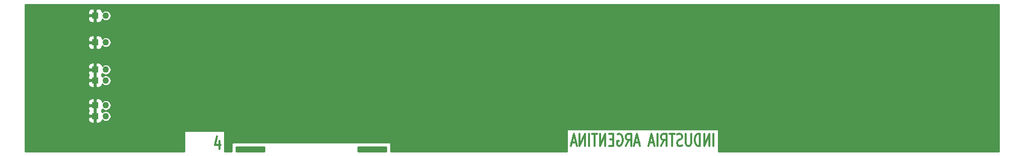
<source format=gbr>
G04 #@! TF.GenerationSoftware,KiCad,Pcbnew,(5.1.7)-1*
G04 #@! TF.CreationDate,2020-11-24T11:46:51-03:00*
G04 #@! TF.ProjectId,cupon,6375706f-6e2e-46b6-9963-61645f706362,Revision: 2.0*
G04 #@! TF.SameCoordinates,Original*
G04 #@! TF.FileFunction,Copper,L4,Bot*
G04 #@! TF.FilePolarity,Positive*
%FSLAX46Y46*%
G04 Gerber Fmt 4.6, Leading zero omitted, Abs format (unit mm)*
G04 Created by KiCad (PCBNEW (5.1.7)-1) date 2020-11-24 11:46:51*
%MOMM*%
%LPD*%
G01*
G04 APERTURE LIST*
G04 #@! TA.AperFunction,NonConductor*
%ADD10C,0.300000*%
G04 #@! TD*
G04 #@! TA.AperFunction,ComponentPad*
%ADD11C,1.100000*%
G04 #@! TD*
G04 #@! TA.AperFunction,ComponentPad*
%ADD12R,1.100000X1.100000*%
G04 #@! TD*
G04 #@! TA.AperFunction,ViaPad*
%ADD13C,0.800000*%
G04 #@! TD*
G04 #@! TA.AperFunction,Conductor*
%ADD14C,0.254000*%
G04 #@! TD*
G04 #@! TA.AperFunction,Conductor*
%ADD15C,0.150000*%
G04 #@! TD*
G04 #@! TA.AperFunction,NonConductor*
%ADD16C,0.254000*%
G04 #@! TD*
G04 #@! TA.AperFunction,NonConductor*
%ADD17C,0.150000*%
G04 #@! TD*
G04 APERTURE END LIST*
D10*
X116892857Y2095238D02*
X116892857Y4095238D01*
X116178571Y2095238D02*
X116178571Y4095238D01*
X115321428Y2095238D01*
X115321428Y4095238D01*
X114607142Y2095238D02*
X114607142Y4095238D01*
X114250000Y4095238D01*
X114035714Y4000000D01*
X113892857Y3809523D01*
X113821428Y3619047D01*
X113750000Y3238095D01*
X113750000Y2952380D01*
X113821428Y2571428D01*
X113892857Y2380952D01*
X114035714Y2190476D01*
X114250000Y2095238D01*
X114607142Y2095238D01*
X113107142Y4095238D02*
X113107142Y2476190D01*
X113035714Y2285714D01*
X112964285Y2190476D01*
X112821428Y2095238D01*
X112535714Y2095238D01*
X112392857Y2190476D01*
X112321428Y2285714D01*
X112250000Y2476190D01*
X112250000Y4095238D01*
X111607142Y2190476D02*
X111392857Y2095238D01*
X111035714Y2095238D01*
X110892857Y2190476D01*
X110821428Y2285714D01*
X110750000Y2476190D01*
X110750000Y2666666D01*
X110821428Y2857142D01*
X110892857Y2952380D01*
X111035714Y3047619D01*
X111321428Y3142857D01*
X111464285Y3238095D01*
X111535714Y3333333D01*
X111607142Y3523809D01*
X111607142Y3714285D01*
X111535714Y3904761D01*
X111464285Y4000000D01*
X111321428Y4095238D01*
X110964285Y4095238D01*
X110750000Y4000000D01*
X110321428Y4095238D02*
X109464285Y4095238D01*
X109892857Y2095238D02*
X109892857Y4095238D01*
X108107142Y2095238D02*
X108607142Y3047619D01*
X108964285Y2095238D02*
X108964285Y4095238D01*
X108392857Y4095238D01*
X108250000Y4000000D01*
X108178571Y3904761D01*
X108107142Y3714285D01*
X108107142Y3428571D01*
X108178571Y3238095D01*
X108250000Y3142857D01*
X108392857Y3047619D01*
X108964285Y3047619D01*
X107464285Y2095238D02*
X107464285Y4095238D01*
X106821428Y2666666D02*
X106107142Y2666666D01*
X106964285Y2095238D02*
X106464285Y4095238D01*
X105964285Y2095238D01*
X104392857Y2666666D02*
X103678571Y2666666D01*
X104535714Y2095238D02*
X104035714Y4095238D01*
X103535714Y2095238D01*
X102178571Y2095238D02*
X102678571Y3047619D01*
X103035714Y2095238D02*
X103035714Y4095238D01*
X102464285Y4095238D01*
X102321428Y4000000D01*
X102250000Y3904761D01*
X102178571Y3714285D01*
X102178571Y3428571D01*
X102250000Y3238095D01*
X102321428Y3142857D01*
X102464285Y3047619D01*
X103035714Y3047619D01*
X100750000Y4000000D02*
X100892857Y4095238D01*
X101107142Y4095238D01*
X101321428Y4000000D01*
X101464285Y3809523D01*
X101535714Y3619047D01*
X101607142Y3238095D01*
X101607142Y2952380D01*
X101535714Y2571428D01*
X101464285Y2380952D01*
X101321428Y2190476D01*
X101107142Y2095238D01*
X100964285Y2095238D01*
X100750000Y2190476D01*
X100678571Y2285714D01*
X100678571Y2952380D01*
X100964285Y2952380D01*
X100035714Y3142857D02*
X99535714Y3142857D01*
X99321428Y2095238D02*
X100035714Y2095238D01*
X100035714Y4095238D01*
X99321428Y4095238D01*
X98678571Y2095238D02*
X98678571Y4095238D01*
X97821428Y2095238D01*
X97821428Y4095238D01*
X97321428Y4095238D02*
X96464285Y4095238D01*
X96892857Y2095238D02*
X96892857Y4095238D01*
X95964285Y2095238D02*
X95964285Y4095238D01*
X95250000Y2095238D02*
X95250000Y4095238D01*
X94392857Y2095238D01*
X94392857Y4095238D01*
X93750000Y2666666D02*
X93035714Y2666666D01*
X93892857Y2095238D02*
X93392857Y4095238D01*
X92892857Y2095238D01*
X33785714Y2928571D02*
X33785714Y1595238D01*
X33428571Y3690476D02*
X33071428Y2261904D01*
X34000000Y2261904D01*
D11*
X14700000Y7100000D03*
D12*
X12900000Y7100000D03*
X12900000Y8900000D03*
D11*
X14700000Y8900000D03*
X14700000Y13100000D03*
D12*
X12900000Y13100000D03*
X12900000Y14900000D03*
D11*
X14700000Y14900000D03*
D12*
X12900000Y24000000D03*
D11*
X14700000Y24000000D03*
X14700000Y19500000D03*
D12*
X12900000Y19500000D03*
D13*
X4300000Y3900000D03*
X4300000Y1900000D03*
X8300000Y3900000D03*
X8300000Y1900000D03*
X12300000Y3900000D03*
X12300000Y1900000D03*
X16300000Y3900000D03*
X20300000Y1900000D03*
X20300000Y3900000D03*
X16300000Y1900000D03*
X24300000Y3900000D03*
X24300000Y1900000D03*
X66200000Y3900000D03*
X66200000Y1900000D03*
X70200000Y3900000D03*
X74200000Y1900000D03*
X74200000Y3900000D03*
X70200000Y1900000D03*
X86200000Y1900000D03*
X82200000Y3900000D03*
X82200000Y1900000D03*
X78200000Y3900000D03*
X78200000Y1900000D03*
X86200000Y3900000D03*
X157700000Y1900000D03*
X145700000Y1900000D03*
X149700000Y1900000D03*
X149700000Y3900000D03*
X161700000Y1900000D03*
X161700000Y3900000D03*
X157700000Y3900000D03*
X145700000Y3900000D03*
X153700000Y3900000D03*
X153700000Y1900000D03*
D14*
X164873000Y1127000D02*
X117727000Y1127000D01*
X117727000Y4842000D01*
X92273000Y4842000D01*
X92273000Y1127000D01*
X62627000Y1127000D01*
X62627000Y2500000D01*
X62624560Y2524776D01*
X62617333Y2548601D01*
X62605597Y2570557D01*
X62589803Y2589803D01*
X62570557Y2605597D01*
X62548601Y2617333D01*
X62524776Y2624560D01*
X62500000Y2627000D01*
X36000000Y2627000D01*
X35975224Y2624560D01*
X35951399Y2617333D01*
X35929443Y2605597D01*
X35910197Y2589803D01*
X35894403Y2570557D01*
X35882667Y2548601D01*
X35875440Y2524776D01*
X35873000Y2500000D01*
X35873000Y1127000D01*
X34691286Y1127000D01*
X34691286Y4342000D01*
X34627000Y4342000D01*
X34627000Y4500000D01*
X34624560Y4524776D01*
X34617333Y4548601D01*
X34605597Y4570557D01*
X34589803Y4589803D01*
X34570557Y4605597D01*
X34548601Y4617333D01*
X34524776Y4624560D01*
X34500000Y4627000D01*
X28000000Y4627000D01*
X27975224Y4624560D01*
X27951399Y4617333D01*
X27929443Y4605597D01*
X27910197Y4589803D01*
X27894403Y4570557D01*
X27882667Y4548601D01*
X27875440Y4524776D01*
X27873000Y4500000D01*
X27873000Y1127000D01*
X1127000Y1127000D01*
X1127000Y6550000D01*
X11711928Y6550000D01*
X11724188Y6425518D01*
X11760498Y6305820D01*
X11819463Y6195506D01*
X11898815Y6098815D01*
X11995506Y6019463D01*
X12105820Y5960498D01*
X12225518Y5924188D01*
X12350000Y5911928D01*
X12614250Y5915000D01*
X12773000Y6073750D01*
X12773000Y6973000D01*
X11873750Y6973000D01*
X11715000Y6814250D01*
X11711928Y6550000D01*
X1127000Y6550000D01*
X1127000Y8350000D01*
X11711928Y8350000D01*
X11724188Y8225518D01*
X11760498Y8105820D01*
X11817061Y8000000D01*
X11760498Y7894180D01*
X11724188Y7774482D01*
X11711928Y7650000D01*
X11715000Y7385750D01*
X11873750Y7227000D01*
X12773000Y7227000D01*
X12773000Y8773000D01*
X11873750Y8773000D01*
X11715000Y8614250D01*
X11711928Y8350000D01*
X1127000Y8350000D01*
X1127000Y9450000D01*
X11711928Y9450000D01*
X11715000Y9185750D01*
X11873750Y9027000D01*
X12773000Y9027000D01*
X12773000Y9926250D01*
X13027000Y9926250D01*
X13027000Y9027000D01*
X13047000Y9027000D01*
X13047000Y8773000D01*
X13027000Y8773000D01*
X13027000Y7227000D01*
X13047000Y7227000D01*
X13047000Y6973000D01*
X13027000Y6973000D01*
X13027000Y6073750D01*
X13185750Y5915000D01*
X13450000Y5911928D01*
X13574482Y5924188D01*
X13694180Y5960498D01*
X13804494Y6019463D01*
X13901185Y6098815D01*
X13980537Y6195506D01*
X14039502Y6305820D01*
X14075812Y6425518D01*
X14081048Y6478687D01*
X14140945Y6418790D01*
X14284585Y6322813D01*
X14444189Y6256703D01*
X14613623Y6223000D01*
X14786377Y6223000D01*
X14955811Y6256703D01*
X15115415Y6322813D01*
X15259055Y6418790D01*
X15381210Y6540945D01*
X15477187Y6684585D01*
X15543297Y6844189D01*
X15577000Y7013623D01*
X15577000Y7186377D01*
X15543297Y7355811D01*
X15477187Y7515415D01*
X15381210Y7659055D01*
X15259055Y7781210D01*
X15115415Y7877187D01*
X14955811Y7943297D01*
X14786377Y7977000D01*
X14613623Y7977000D01*
X14444189Y7943297D01*
X14284585Y7877187D01*
X14140945Y7781210D01*
X14081048Y7721313D01*
X14075812Y7774482D01*
X14039502Y7894180D01*
X13982939Y8000000D01*
X14039502Y8105820D01*
X14075812Y8225518D01*
X14081048Y8278687D01*
X14140945Y8218790D01*
X14284585Y8122813D01*
X14444189Y8056703D01*
X14613623Y8023000D01*
X14786377Y8023000D01*
X14955811Y8056703D01*
X15115415Y8122813D01*
X15259055Y8218790D01*
X15381210Y8340945D01*
X15477187Y8484585D01*
X15543297Y8644189D01*
X15577000Y8813623D01*
X15577000Y8986377D01*
X15543297Y9155811D01*
X15477187Y9315415D01*
X15381210Y9459055D01*
X15259055Y9581210D01*
X15115415Y9677187D01*
X14955811Y9743297D01*
X14786377Y9777000D01*
X14613623Y9777000D01*
X14444189Y9743297D01*
X14284585Y9677187D01*
X14140945Y9581210D01*
X14081048Y9521313D01*
X14075812Y9574482D01*
X14039502Y9694180D01*
X13980537Y9804494D01*
X13901185Y9901185D01*
X13804494Y9980537D01*
X13694180Y10039502D01*
X13574482Y10075812D01*
X13450000Y10088072D01*
X13185750Y10085000D01*
X13027000Y9926250D01*
X12773000Y9926250D01*
X12614250Y10085000D01*
X12350000Y10088072D01*
X12225518Y10075812D01*
X12105820Y10039502D01*
X11995506Y9980537D01*
X11898815Y9901185D01*
X11819463Y9804494D01*
X11760498Y9694180D01*
X11724188Y9574482D01*
X11711928Y9450000D01*
X1127000Y9450000D01*
X1127000Y12550000D01*
X11711928Y12550000D01*
X11724188Y12425518D01*
X11760498Y12305820D01*
X11819463Y12195506D01*
X11898815Y12098815D01*
X11995506Y12019463D01*
X12105820Y11960498D01*
X12225518Y11924188D01*
X12350000Y11911928D01*
X12614250Y11915000D01*
X12773000Y12073750D01*
X12773000Y12973000D01*
X11873750Y12973000D01*
X11715000Y12814250D01*
X11711928Y12550000D01*
X1127000Y12550000D01*
X1127000Y14350000D01*
X11711928Y14350000D01*
X11724188Y14225518D01*
X11760498Y14105820D01*
X11817061Y14000000D01*
X11760498Y13894180D01*
X11724188Y13774482D01*
X11711928Y13650000D01*
X11715000Y13385750D01*
X11873750Y13227000D01*
X12773000Y13227000D01*
X12773000Y14773000D01*
X11873750Y14773000D01*
X11715000Y14614250D01*
X11711928Y14350000D01*
X1127000Y14350000D01*
X1127000Y15450000D01*
X11711928Y15450000D01*
X11715000Y15185750D01*
X11873750Y15027000D01*
X12773000Y15027000D01*
X12773000Y15926250D01*
X13027000Y15926250D01*
X13027000Y15027000D01*
X13047000Y15027000D01*
X13047000Y14773000D01*
X13027000Y14773000D01*
X13027000Y13227000D01*
X13047000Y13227000D01*
X13047000Y12973000D01*
X13027000Y12973000D01*
X13027000Y12073750D01*
X13185750Y11915000D01*
X13450000Y11911928D01*
X13574482Y11924188D01*
X13694180Y11960498D01*
X13804494Y12019463D01*
X13901185Y12098815D01*
X13980537Y12195506D01*
X14039502Y12305820D01*
X14075812Y12425518D01*
X14081048Y12478687D01*
X14140945Y12418790D01*
X14284585Y12322813D01*
X14444189Y12256703D01*
X14613623Y12223000D01*
X14786377Y12223000D01*
X14955811Y12256703D01*
X15115415Y12322813D01*
X15259055Y12418790D01*
X15381210Y12540945D01*
X15477187Y12684585D01*
X15543297Y12844189D01*
X15577000Y13013623D01*
X15577000Y13186377D01*
X15543297Y13355811D01*
X15477187Y13515415D01*
X15381210Y13659055D01*
X15259055Y13781210D01*
X15115415Y13877187D01*
X14955811Y13943297D01*
X14786377Y13977000D01*
X14613623Y13977000D01*
X14444189Y13943297D01*
X14284585Y13877187D01*
X14140945Y13781210D01*
X14081048Y13721313D01*
X14075812Y13774482D01*
X14039502Y13894180D01*
X13982939Y14000000D01*
X14039502Y14105820D01*
X14075812Y14225518D01*
X14081048Y14278687D01*
X14140945Y14218790D01*
X14284585Y14122813D01*
X14444189Y14056703D01*
X14613623Y14023000D01*
X14786377Y14023000D01*
X14955811Y14056703D01*
X15115415Y14122813D01*
X15259055Y14218790D01*
X15381210Y14340945D01*
X15477187Y14484585D01*
X15543297Y14644189D01*
X15577000Y14813623D01*
X15577000Y14986377D01*
X15543297Y15155811D01*
X15477187Y15315415D01*
X15381210Y15459055D01*
X15259055Y15581210D01*
X15115415Y15677187D01*
X14955811Y15743297D01*
X14786377Y15777000D01*
X14613623Y15777000D01*
X14444189Y15743297D01*
X14284585Y15677187D01*
X14140945Y15581210D01*
X14081048Y15521313D01*
X14075812Y15574482D01*
X14039502Y15694180D01*
X13980537Y15804494D01*
X13901185Y15901185D01*
X13804494Y15980537D01*
X13694180Y16039502D01*
X13574482Y16075812D01*
X13450000Y16088072D01*
X13185750Y16085000D01*
X13027000Y15926250D01*
X12773000Y15926250D01*
X12614250Y16085000D01*
X12350000Y16088072D01*
X12225518Y16075812D01*
X12105820Y16039502D01*
X11995506Y15980537D01*
X11898815Y15901185D01*
X11819463Y15804494D01*
X11760498Y15694180D01*
X11724188Y15574482D01*
X11711928Y15450000D01*
X1127000Y15450000D01*
X1127000Y18950000D01*
X11711928Y18950000D01*
X11724188Y18825518D01*
X11760498Y18705820D01*
X11819463Y18595506D01*
X11898815Y18498815D01*
X11995506Y18419463D01*
X12105820Y18360498D01*
X12225518Y18324188D01*
X12350000Y18311928D01*
X12614250Y18315000D01*
X12773000Y18473750D01*
X12773000Y19373000D01*
X11873750Y19373000D01*
X11715000Y19214250D01*
X11711928Y18950000D01*
X1127000Y18950000D01*
X1127000Y20050000D01*
X11711928Y20050000D01*
X11715000Y19785750D01*
X11873750Y19627000D01*
X12773000Y19627000D01*
X12773000Y20526250D01*
X13027000Y20526250D01*
X13027000Y19627000D01*
X13047000Y19627000D01*
X13047000Y19373000D01*
X13027000Y19373000D01*
X13027000Y18473750D01*
X13185750Y18315000D01*
X13450000Y18311928D01*
X13574482Y18324188D01*
X13694180Y18360498D01*
X13804494Y18419463D01*
X13901185Y18498815D01*
X13980537Y18595506D01*
X14039502Y18705820D01*
X14075812Y18825518D01*
X14081048Y18878687D01*
X14140945Y18818790D01*
X14284585Y18722813D01*
X14444189Y18656703D01*
X14613623Y18623000D01*
X14786377Y18623000D01*
X14955811Y18656703D01*
X15115415Y18722813D01*
X15259055Y18818790D01*
X15381210Y18940945D01*
X15477187Y19084585D01*
X15543297Y19244189D01*
X15577000Y19413623D01*
X15577000Y19586377D01*
X15543297Y19755811D01*
X15477187Y19915415D01*
X15381210Y20059055D01*
X15259055Y20181210D01*
X15115415Y20277187D01*
X14955811Y20343297D01*
X14786377Y20377000D01*
X14613623Y20377000D01*
X14444189Y20343297D01*
X14284585Y20277187D01*
X14140945Y20181210D01*
X14081048Y20121313D01*
X14075812Y20174482D01*
X14039502Y20294180D01*
X13980537Y20404494D01*
X13901185Y20501185D01*
X13804494Y20580537D01*
X13694180Y20639502D01*
X13574482Y20675812D01*
X13450000Y20688072D01*
X13185750Y20685000D01*
X13027000Y20526250D01*
X12773000Y20526250D01*
X12614250Y20685000D01*
X12350000Y20688072D01*
X12225518Y20675812D01*
X12105820Y20639502D01*
X11995506Y20580537D01*
X11898815Y20501185D01*
X11819463Y20404494D01*
X11760498Y20294180D01*
X11724188Y20174482D01*
X11711928Y20050000D01*
X1127000Y20050000D01*
X1127000Y23450000D01*
X11711928Y23450000D01*
X11724188Y23325518D01*
X11760498Y23205820D01*
X11819463Y23095506D01*
X11898815Y22998815D01*
X11995506Y22919463D01*
X12105820Y22860498D01*
X12225518Y22824188D01*
X12350000Y22811928D01*
X12614250Y22815000D01*
X12773000Y22973750D01*
X12773000Y23873000D01*
X11873750Y23873000D01*
X11715000Y23714250D01*
X11711928Y23450000D01*
X1127000Y23450000D01*
X1127000Y24550000D01*
X11711928Y24550000D01*
X11715000Y24285750D01*
X11873750Y24127000D01*
X12773000Y24127000D01*
X12773000Y25026250D01*
X13027000Y25026250D01*
X13027000Y24127000D01*
X13047000Y24127000D01*
X13047000Y23873000D01*
X13027000Y23873000D01*
X13027000Y22973750D01*
X13185750Y22815000D01*
X13450000Y22811928D01*
X13574482Y22824188D01*
X13694180Y22860498D01*
X13804494Y22919463D01*
X13901185Y22998815D01*
X13980537Y23095506D01*
X14039502Y23205820D01*
X14075812Y23325518D01*
X14081048Y23378687D01*
X14140945Y23318790D01*
X14284585Y23222813D01*
X14444189Y23156703D01*
X14613623Y23123000D01*
X14786377Y23123000D01*
X14955811Y23156703D01*
X15115415Y23222813D01*
X15259055Y23318790D01*
X15381210Y23440945D01*
X15477187Y23584585D01*
X15543297Y23744189D01*
X15577000Y23913623D01*
X15577000Y24086377D01*
X15543297Y24255811D01*
X15477187Y24415415D01*
X15381210Y24559055D01*
X15259055Y24681210D01*
X15115415Y24777187D01*
X14955811Y24843297D01*
X14786377Y24877000D01*
X14613623Y24877000D01*
X14444189Y24843297D01*
X14284585Y24777187D01*
X14140945Y24681210D01*
X14081048Y24621313D01*
X14075812Y24674482D01*
X14039502Y24794180D01*
X13980537Y24904494D01*
X13901185Y25001185D01*
X13804494Y25080537D01*
X13694180Y25139502D01*
X13574482Y25175812D01*
X13450000Y25188072D01*
X13185750Y25185000D01*
X13027000Y25026250D01*
X12773000Y25026250D01*
X12614250Y25185000D01*
X12350000Y25188072D01*
X12225518Y25175812D01*
X12105820Y25139502D01*
X11995506Y25080537D01*
X11898815Y25001185D01*
X11819463Y24904494D01*
X11760498Y24794180D01*
X11724188Y24674482D01*
X11711928Y24550000D01*
X1127000Y24550000D01*
X1127000Y25873000D01*
X164873000Y25873000D01*
X164873000Y1127000D01*
G04 #@! TA.AperFunction,Conductor*
D15*
G36*
X164873000Y1127000D02*
G01*
X117727000Y1127000D01*
X117727000Y4842000D01*
X92273000Y4842000D01*
X92273000Y1127000D01*
X62627000Y1127000D01*
X62627000Y2500000D01*
X62624560Y2524776D01*
X62617333Y2548601D01*
X62605597Y2570557D01*
X62589803Y2589803D01*
X62570557Y2605597D01*
X62548601Y2617333D01*
X62524776Y2624560D01*
X62500000Y2627000D01*
X36000000Y2627000D01*
X35975224Y2624560D01*
X35951399Y2617333D01*
X35929443Y2605597D01*
X35910197Y2589803D01*
X35894403Y2570557D01*
X35882667Y2548601D01*
X35875440Y2524776D01*
X35873000Y2500000D01*
X35873000Y1127000D01*
X34691286Y1127000D01*
X34691286Y4342000D01*
X34627000Y4342000D01*
X34627000Y4500000D01*
X34624560Y4524776D01*
X34617333Y4548601D01*
X34605597Y4570557D01*
X34589803Y4589803D01*
X34570557Y4605597D01*
X34548601Y4617333D01*
X34524776Y4624560D01*
X34500000Y4627000D01*
X28000000Y4627000D01*
X27975224Y4624560D01*
X27951399Y4617333D01*
X27929443Y4605597D01*
X27910197Y4589803D01*
X27894403Y4570557D01*
X27882667Y4548601D01*
X27875440Y4524776D01*
X27873000Y4500000D01*
X27873000Y1127000D01*
X1127000Y1127000D01*
X1127000Y6550000D01*
X11711928Y6550000D01*
X11724188Y6425518D01*
X11760498Y6305820D01*
X11819463Y6195506D01*
X11898815Y6098815D01*
X11995506Y6019463D01*
X12105820Y5960498D01*
X12225518Y5924188D01*
X12350000Y5911928D01*
X12614250Y5915000D01*
X12773000Y6073750D01*
X12773000Y6973000D01*
X11873750Y6973000D01*
X11715000Y6814250D01*
X11711928Y6550000D01*
X1127000Y6550000D01*
X1127000Y8350000D01*
X11711928Y8350000D01*
X11724188Y8225518D01*
X11760498Y8105820D01*
X11817061Y8000000D01*
X11760498Y7894180D01*
X11724188Y7774482D01*
X11711928Y7650000D01*
X11715000Y7385750D01*
X11873750Y7227000D01*
X12773000Y7227000D01*
X12773000Y8773000D01*
X11873750Y8773000D01*
X11715000Y8614250D01*
X11711928Y8350000D01*
X1127000Y8350000D01*
X1127000Y9450000D01*
X11711928Y9450000D01*
X11715000Y9185750D01*
X11873750Y9027000D01*
X12773000Y9027000D01*
X12773000Y9926250D01*
X13027000Y9926250D01*
X13027000Y9027000D01*
X13047000Y9027000D01*
X13047000Y8773000D01*
X13027000Y8773000D01*
X13027000Y7227000D01*
X13047000Y7227000D01*
X13047000Y6973000D01*
X13027000Y6973000D01*
X13027000Y6073750D01*
X13185750Y5915000D01*
X13450000Y5911928D01*
X13574482Y5924188D01*
X13694180Y5960498D01*
X13804494Y6019463D01*
X13901185Y6098815D01*
X13980537Y6195506D01*
X14039502Y6305820D01*
X14075812Y6425518D01*
X14081048Y6478687D01*
X14140945Y6418790D01*
X14284585Y6322813D01*
X14444189Y6256703D01*
X14613623Y6223000D01*
X14786377Y6223000D01*
X14955811Y6256703D01*
X15115415Y6322813D01*
X15259055Y6418790D01*
X15381210Y6540945D01*
X15477187Y6684585D01*
X15543297Y6844189D01*
X15577000Y7013623D01*
X15577000Y7186377D01*
X15543297Y7355811D01*
X15477187Y7515415D01*
X15381210Y7659055D01*
X15259055Y7781210D01*
X15115415Y7877187D01*
X14955811Y7943297D01*
X14786377Y7977000D01*
X14613623Y7977000D01*
X14444189Y7943297D01*
X14284585Y7877187D01*
X14140945Y7781210D01*
X14081048Y7721313D01*
X14075812Y7774482D01*
X14039502Y7894180D01*
X13982939Y8000000D01*
X14039502Y8105820D01*
X14075812Y8225518D01*
X14081048Y8278687D01*
X14140945Y8218790D01*
X14284585Y8122813D01*
X14444189Y8056703D01*
X14613623Y8023000D01*
X14786377Y8023000D01*
X14955811Y8056703D01*
X15115415Y8122813D01*
X15259055Y8218790D01*
X15381210Y8340945D01*
X15477187Y8484585D01*
X15543297Y8644189D01*
X15577000Y8813623D01*
X15577000Y8986377D01*
X15543297Y9155811D01*
X15477187Y9315415D01*
X15381210Y9459055D01*
X15259055Y9581210D01*
X15115415Y9677187D01*
X14955811Y9743297D01*
X14786377Y9777000D01*
X14613623Y9777000D01*
X14444189Y9743297D01*
X14284585Y9677187D01*
X14140945Y9581210D01*
X14081048Y9521313D01*
X14075812Y9574482D01*
X14039502Y9694180D01*
X13980537Y9804494D01*
X13901185Y9901185D01*
X13804494Y9980537D01*
X13694180Y10039502D01*
X13574482Y10075812D01*
X13450000Y10088072D01*
X13185750Y10085000D01*
X13027000Y9926250D01*
X12773000Y9926250D01*
X12614250Y10085000D01*
X12350000Y10088072D01*
X12225518Y10075812D01*
X12105820Y10039502D01*
X11995506Y9980537D01*
X11898815Y9901185D01*
X11819463Y9804494D01*
X11760498Y9694180D01*
X11724188Y9574482D01*
X11711928Y9450000D01*
X1127000Y9450000D01*
X1127000Y12550000D01*
X11711928Y12550000D01*
X11724188Y12425518D01*
X11760498Y12305820D01*
X11819463Y12195506D01*
X11898815Y12098815D01*
X11995506Y12019463D01*
X12105820Y11960498D01*
X12225518Y11924188D01*
X12350000Y11911928D01*
X12614250Y11915000D01*
X12773000Y12073750D01*
X12773000Y12973000D01*
X11873750Y12973000D01*
X11715000Y12814250D01*
X11711928Y12550000D01*
X1127000Y12550000D01*
X1127000Y14350000D01*
X11711928Y14350000D01*
X11724188Y14225518D01*
X11760498Y14105820D01*
X11817061Y14000000D01*
X11760498Y13894180D01*
X11724188Y13774482D01*
X11711928Y13650000D01*
X11715000Y13385750D01*
X11873750Y13227000D01*
X12773000Y13227000D01*
X12773000Y14773000D01*
X11873750Y14773000D01*
X11715000Y14614250D01*
X11711928Y14350000D01*
X1127000Y14350000D01*
X1127000Y15450000D01*
X11711928Y15450000D01*
X11715000Y15185750D01*
X11873750Y15027000D01*
X12773000Y15027000D01*
X12773000Y15926250D01*
X13027000Y15926250D01*
X13027000Y15027000D01*
X13047000Y15027000D01*
X13047000Y14773000D01*
X13027000Y14773000D01*
X13027000Y13227000D01*
X13047000Y13227000D01*
X13047000Y12973000D01*
X13027000Y12973000D01*
X13027000Y12073750D01*
X13185750Y11915000D01*
X13450000Y11911928D01*
X13574482Y11924188D01*
X13694180Y11960498D01*
X13804494Y12019463D01*
X13901185Y12098815D01*
X13980537Y12195506D01*
X14039502Y12305820D01*
X14075812Y12425518D01*
X14081048Y12478687D01*
X14140945Y12418790D01*
X14284585Y12322813D01*
X14444189Y12256703D01*
X14613623Y12223000D01*
X14786377Y12223000D01*
X14955811Y12256703D01*
X15115415Y12322813D01*
X15259055Y12418790D01*
X15381210Y12540945D01*
X15477187Y12684585D01*
X15543297Y12844189D01*
X15577000Y13013623D01*
X15577000Y13186377D01*
X15543297Y13355811D01*
X15477187Y13515415D01*
X15381210Y13659055D01*
X15259055Y13781210D01*
X15115415Y13877187D01*
X14955811Y13943297D01*
X14786377Y13977000D01*
X14613623Y13977000D01*
X14444189Y13943297D01*
X14284585Y13877187D01*
X14140945Y13781210D01*
X14081048Y13721313D01*
X14075812Y13774482D01*
X14039502Y13894180D01*
X13982939Y14000000D01*
X14039502Y14105820D01*
X14075812Y14225518D01*
X14081048Y14278687D01*
X14140945Y14218790D01*
X14284585Y14122813D01*
X14444189Y14056703D01*
X14613623Y14023000D01*
X14786377Y14023000D01*
X14955811Y14056703D01*
X15115415Y14122813D01*
X15259055Y14218790D01*
X15381210Y14340945D01*
X15477187Y14484585D01*
X15543297Y14644189D01*
X15577000Y14813623D01*
X15577000Y14986377D01*
X15543297Y15155811D01*
X15477187Y15315415D01*
X15381210Y15459055D01*
X15259055Y15581210D01*
X15115415Y15677187D01*
X14955811Y15743297D01*
X14786377Y15777000D01*
X14613623Y15777000D01*
X14444189Y15743297D01*
X14284585Y15677187D01*
X14140945Y15581210D01*
X14081048Y15521313D01*
X14075812Y15574482D01*
X14039502Y15694180D01*
X13980537Y15804494D01*
X13901185Y15901185D01*
X13804494Y15980537D01*
X13694180Y16039502D01*
X13574482Y16075812D01*
X13450000Y16088072D01*
X13185750Y16085000D01*
X13027000Y15926250D01*
X12773000Y15926250D01*
X12614250Y16085000D01*
X12350000Y16088072D01*
X12225518Y16075812D01*
X12105820Y16039502D01*
X11995506Y15980537D01*
X11898815Y15901185D01*
X11819463Y15804494D01*
X11760498Y15694180D01*
X11724188Y15574482D01*
X11711928Y15450000D01*
X1127000Y15450000D01*
X1127000Y18950000D01*
X11711928Y18950000D01*
X11724188Y18825518D01*
X11760498Y18705820D01*
X11819463Y18595506D01*
X11898815Y18498815D01*
X11995506Y18419463D01*
X12105820Y18360498D01*
X12225518Y18324188D01*
X12350000Y18311928D01*
X12614250Y18315000D01*
X12773000Y18473750D01*
X12773000Y19373000D01*
X11873750Y19373000D01*
X11715000Y19214250D01*
X11711928Y18950000D01*
X1127000Y18950000D01*
X1127000Y20050000D01*
X11711928Y20050000D01*
X11715000Y19785750D01*
X11873750Y19627000D01*
X12773000Y19627000D01*
X12773000Y20526250D01*
X13027000Y20526250D01*
X13027000Y19627000D01*
X13047000Y19627000D01*
X13047000Y19373000D01*
X13027000Y19373000D01*
X13027000Y18473750D01*
X13185750Y18315000D01*
X13450000Y18311928D01*
X13574482Y18324188D01*
X13694180Y18360498D01*
X13804494Y18419463D01*
X13901185Y18498815D01*
X13980537Y18595506D01*
X14039502Y18705820D01*
X14075812Y18825518D01*
X14081048Y18878687D01*
X14140945Y18818790D01*
X14284585Y18722813D01*
X14444189Y18656703D01*
X14613623Y18623000D01*
X14786377Y18623000D01*
X14955811Y18656703D01*
X15115415Y18722813D01*
X15259055Y18818790D01*
X15381210Y18940945D01*
X15477187Y19084585D01*
X15543297Y19244189D01*
X15577000Y19413623D01*
X15577000Y19586377D01*
X15543297Y19755811D01*
X15477187Y19915415D01*
X15381210Y20059055D01*
X15259055Y20181210D01*
X15115415Y20277187D01*
X14955811Y20343297D01*
X14786377Y20377000D01*
X14613623Y20377000D01*
X14444189Y20343297D01*
X14284585Y20277187D01*
X14140945Y20181210D01*
X14081048Y20121313D01*
X14075812Y20174482D01*
X14039502Y20294180D01*
X13980537Y20404494D01*
X13901185Y20501185D01*
X13804494Y20580537D01*
X13694180Y20639502D01*
X13574482Y20675812D01*
X13450000Y20688072D01*
X13185750Y20685000D01*
X13027000Y20526250D01*
X12773000Y20526250D01*
X12614250Y20685000D01*
X12350000Y20688072D01*
X12225518Y20675812D01*
X12105820Y20639502D01*
X11995506Y20580537D01*
X11898815Y20501185D01*
X11819463Y20404494D01*
X11760498Y20294180D01*
X11724188Y20174482D01*
X11711928Y20050000D01*
X1127000Y20050000D01*
X1127000Y23450000D01*
X11711928Y23450000D01*
X11724188Y23325518D01*
X11760498Y23205820D01*
X11819463Y23095506D01*
X11898815Y22998815D01*
X11995506Y22919463D01*
X12105820Y22860498D01*
X12225518Y22824188D01*
X12350000Y22811928D01*
X12614250Y22815000D01*
X12773000Y22973750D01*
X12773000Y23873000D01*
X11873750Y23873000D01*
X11715000Y23714250D01*
X11711928Y23450000D01*
X1127000Y23450000D01*
X1127000Y24550000D01*
X11711928Y24550000D01*
X11715000Y24285750D01*
X11873750Y24127000D01*
X12773000Y24127000D01*
X12773000Y25026250D01*
X13027000Y25026250D01*
X13027000Y24127000D01*
X13047000Y24127000D01*
X13047000Y23873000D01*
X13027000Y23873000D01*
X13027000Y22973750D01*
X13185750Y22815000D01*
X13450000Y22811928D01*
X13574482Y22824188D01*
X13694180Y22860498D01*
X13804494Y22919463D01*
X13901185Y22998815D01*
X13980537Y23095506D01*
X14039502Y23205820D01*
X14075812Y23325518D01*
X14081048Y23378687D01*
X14140945Y23318790D01*
X14284585Y23222813D01*
X14444189Y23156703D01*
X14613623Y23123000D01*
X14786377Y23123000D01*
X14955811Y23156703D01*
X15115415Y23222813D01*
X15259055Y23318790D01*
X15381210Y23440945D01*
X15477187Y23584585D01*
X15543297Y23744189D01*
X15577000Y23913623D01*
X15577000Y24086377D01*
X15543297Y24255811D01*
X15477187Y24415415D01*
X15381210Y24559055D01*
X15259055Y24681210D01*
X15115415Y24777187D01*
X14955811Y24843297D01*
X14786377Y24877000D01*
X14613623Y24877000D01*
X14444189Y24843297D01*
X14284585Y24777187D01*
X14140945Y24681210D01*
X14081048Y24621313D01*
X14075812Y24674482D01*
X14039502Y24794180D01*
X13980537Y24904494D01*
X13901185Y25001185D01*
X13804494Y25080537D01*
X13694180Y25139502D01*
X13574482Y25175812D01*
X13450000Y25188072D01*
X13185750Y25185000D01*
X13027000Y25026250D01*
X12773000Y25026250D01*
X12614250Y25185000D01*
X12350000Y25188072D01*
X12225518Y25175812D01*
X12105820Y25139502D01*
X11995506Y25080537D01*
X11898815Y25001185D01*
X11819463Y24904494D01*
X11760498Y24794180D01*
X11724188Y24674482D01*
X11711928Y24550000D01*
X1127000Y24550000D01*
X1127000Y25873000D01*
X164873000Y25873000D01*
X164873000Y1127000D01*
G37*
G04 #@! TD.AperFunction*
D16*
X41373000Y1127000D02*
X36627000Y1127000D01*
X36627000Y1873000D01*
X41373000Y1873000D01*
X41373000Y1127000D01*
G04 #@! TA.AperFunction,NonConductor*
D17*
G36*
X41373000Y1127000D02*
G01*
X36627000Y1127000D01*
X36627000Y1873000D01*
X41373000Y1873000D01*
X41373000Y1127000D01*
G37*
G04 #@! TD.AperFunction*
D16*
X61873000Y1127000D02*
X57127000Y1127000D01*
X57127000Y1873000D01*
X61873000Y1873000D01*
X61873000Y1127000D01*
G04 #@! TA.AperFunction,NonConductor*
D17*
G36*
X61873000Y1127000D02*
G01*
X57127000Y1127000D01*
X57127000Y1873000D01*
X61873000Y1873000D01*
X61873000Y1127000D01*
G37*
G04 #@! TD.AperFunction*
M02*

</source>
